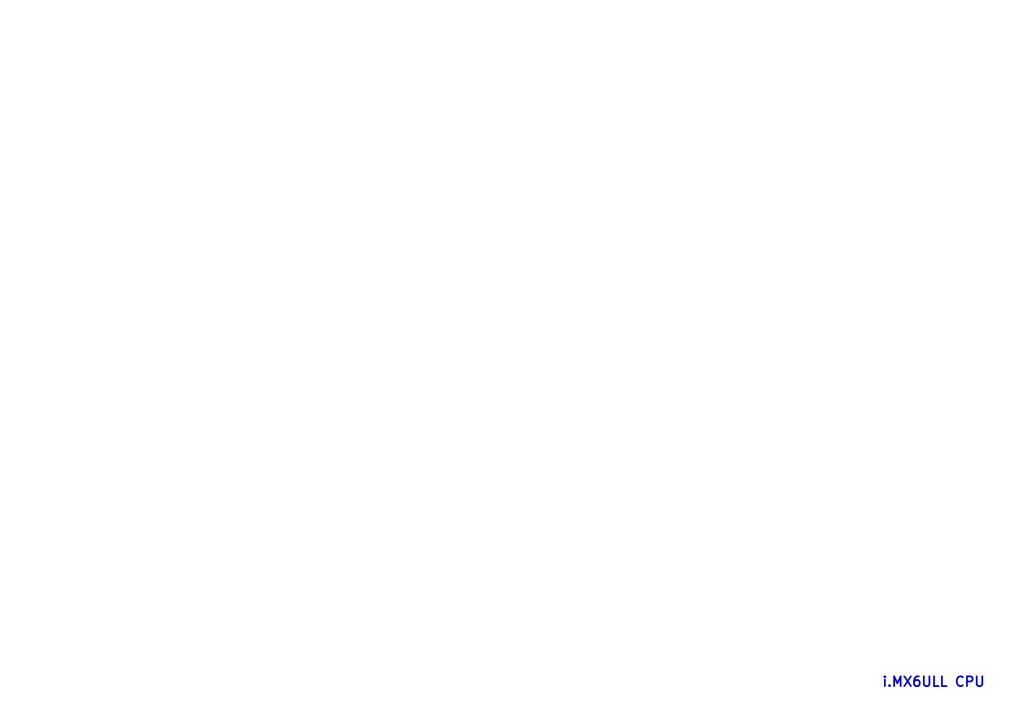
<source format=kicad_sch>
(kicad_sch (version 20211123) (generator eeschema)
  (paper "A1")
  (lib_symbols)
  (text "i.MX6ULL CPU" (at 723.9 565.15 0) (effects (font (size 8 8) (thickness 1.4) bold) (justify left bottom)))
)
</source>
